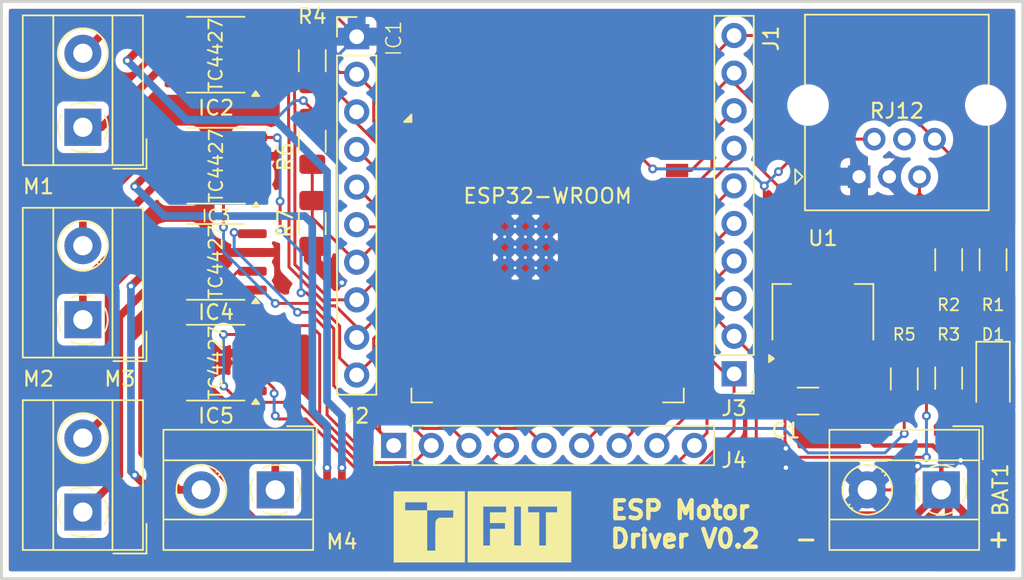
<source format=kicad_pcb>
(kicad_pcb (version 20240108) (generator "pcbnew") (generator_version "8.0")
  (layers (0 "F.Cu" signal) (31 "B.Cu" signal) (34 "B.Paste" user) (35 "F.Paste" user) (36 "B.SilkS" user "B.Silkscreen") (37 "F.SilkS" user "F.Silkscreen") (38 "B.Mask" user) (39 "F.Mask" user) (44 "Edge.Cuts" user))
  (net 0 "")
  (net 1 "GND")
  (net 2 "VCC")
  (net 3 "+3.3V")
  (net 4 "Net-(IC1-IO23)")
  (net 7 "Net-(IC1-IO14)")
  (net 9 "Net-(IC1-IO16)")
  (net 10 "Net-(IC1-IO4)")
  (net 11 "Net-(IC1-IO22)")
  (net 16 "Net-(IC2-OUTA)")
  (net 19 "Net-(IC2-OUTB)")
  (net 22 "Net-(IC3-OUTA)")
  (net 23 "Net-(IC3-OUTB)")
  (net 26 "Net-(IC4-OUTB)")
  (net 27 "Net-(IC4-OUTA)")
  (net 29 "Net-(IC5-OUTB)")
  (net 30 "Net-(IC5-OUTA)")
  (net 33 "Net-(D1-A)")
  (net 34 "Net-(IC1-IO12)")
  (net 35 "Net-(IC1-SENSOR_VN)")
  (net 36 "Net-(IC1-IO35)")
  (net 37 "Net-(IC1-IO19)")
  (net 38 "Net-(IC1-SENSOR_VP)")
  (net 39 "Net-(IC1-IO18)")
  (net 40 "Net-(IC1-EN)")
  (net 41 "Net-(IC1-IO17)")
  (net 42 "Net-(IC1-RXD0{slash}IO3)")
  (net 43 "Net-(IC1-IO5)")
  (net 44 "Net-(IC1-IO21)")
  (net 45 "Net-(IC1-TXD0{slash}IO1)")
  (net 46 "Net-(IC1-IO15)")
  (net 47 "Net-(IC1-IO2)")
  (net 48 "Net-(IC1-IO0)")
  (net 49 "Net-(IC1-IO13)")
  (net 50 "Net-(IC1-IO26)")
  (net 51 "Net-(IC1-IO33)")
  (net 52 "Net-(IC1-IO27)")
  (net 53 "Net-(IC1-IO25)")
  (net 54 "Net-(IC1-IO32)")
  (net 55 "Net-(IC1-IO34)")
  (footprint "Package_SO:SOIC-8_3.9x4.9mm_P1.27mm" (layer "F.Cu") (at 118.475 82.905 180)
    (property "Reference" "IC5")
    (property "Value" "TC4427" (hide yes))
  )
  (footprint "Capacitor_SMD:C_1206_3216Metric_Pad1.33x1.80mm_HandSolder" (layer "F.Cu") (at 158.5 85.5 180)
    (property "Reference" "C1")
    (property "Value" "22u" (hide yes))
  )
  (footprint "Package_SO:SOIC-8_3.9x4.9mm_P1.27mm" (layer "F.Cu") (at 118.5 69.595 180)
    (property "Reference" "IC3")
    (property "Value" "TC4427" (hide yes))
  )
  (footprint "Resistor_SMD:R_1206_3216Metric_Pad1.30x1.75mm_HandSolder" (layer "F.Cu") (at 125 73.5 90)
    (property "Reference" "R7")
    (property "Value" "10K")
  )
  (footprint "Connector_PinHeader_2.54mm:PinHeader_1x09_P2.54mm_Vertical" (layer "F.Cu") (at 130.5 88.5 90)
    (property "Reference" "J4")
    (property "Value" "Conn_01x09_Pin" (hide yes))
  )
  (footprint "Connector_PinHeader_2.54mm:PinHeader_1x10_P2.54mm_Vertical" (layer "F.Cu") (at 153.5 83.66 180)
    (property "Reference" "J3")
    (property "Value" "Conn_01x10_Pin" (hide yes))
  )
  (footprint "Resistor_SMD:R_1206_3216Metric_Pad1.30x1.75mm_HandSolder" (layer "F.Cu") (at 168 75.95 -90)
    (property "Reference" "R2")
    (property "Value" "82K" (hide yes))
  )
  (footprint "TerminalBlock_MetzConnect:TerminalBlock_MetzConnect_Type055_RT01502HDWU_1x02_P5.00mm_Horizontal" (layer "F.Cu") (at 109.5 80 90)
    (property "Reference" "M2")
    (property "Value" "Screw_Terminal_01x02" (hide yes))
  )
  (footprint "Resistor_SMD:R_1206_3216Metric_Pad1.30x1.75mm_HandSolder" (layer "F.Cu") (at 125 62.5 90)
    (property "Reference" "R4")
    (property "Value" "10K")
  )
  (footprint "Resistor_SMD:R_1206_3216Metric_Pad1.30x1.75mm_HandSolder" (layer "F.Cu") (at 125 67.95 90)
    (property "Reference" "R6")
    (property "Value" "120K")
  )
  (footprint "LED_SMD:LED_1206_3216Metric_Pad1.42x1.75mm_HandSolder" (layer "F.Cu") (at 171 83.95 -90)
    (property "Reference" "D1")
    (property "Value" "LED" (hide yes))
  )
  (footprint "ESP_library:ESP32-WROOM-32E-SMALL-KEEPOUT" (layer "F.Cu") (at 140.65 88.18)
    (property "Reference" "IC1")
    (property "Value" "ESP32-WROOM-32E" (hide yes))
  )
  (footprint "Resistor_SMD:R_1206_3216Metric_Pad1.30x1.75mm_HandSolder" (layer "F.Cu") (at 168 83.95 -90)
    (property "Reference" "R3")
    (property "Value" "330R" (hide yes))
  )
  (footprint "TerminalBlock_MetzConnect:TerminalBlock_MetzConnect_Type055_RT01502HDWU_1x02_P5.00mm_Horizontal" (layer "F.Cu") (at 167.5 91.5 180)
    (property "Reference" "BAT1")
    (property "Value" "Screw_Terminal_01x02" (hide yes))
  )
  (footprint "LOGO" (layer "F.Cu") (at 136.5 94)
    (property "Reference" "G***" (hide yes))
    (property "Value" "LOGO" (hide yes))
  )
  (footprint "Package_TO_SOT_SMD:SOT-223-3_TabPin2" (layer "F.Cu") (at 159.5 79.5 90)
    (property "Reference" "U1")
    (property "Value" "AMS1117-3.3" (hide yes))
  )
  (footprint "Resistor_SMD:R_1206_3216Metric_Pad1.30x1.75mm_HandSolder" (layer "F.Cu") (at 165 84 90)
    (property "Reference" "R5")
    (property "Value" "10K" (hide yes))
  )
  (footprint "Connector_RJ:RJ25_Wayconn_MJEA-660X1_Horizontal" (layer "F.Cu") (at 161.95 70.34 180)
    (property "Reference" "J1")
    (property "Value" "6P6C" (hide yes))
  )
  (footprint "Connector_PinHeader_2.54mm:PinHeader_1x10_P2.54mm_Vertical" (layer "F.Cu") (at 128 60.88)
    (property "Reference" "J2")
    (property "Value" "Conn_01x10_Pin" (hide yes))
  )
  (footprint "Package_SO:SOIC-8_3.9x4.9mm_P1.27mm" (layer "F.Cu") (at 118.475 62.095 180)
    (property "Reference" "IC2")
    (property "Value" "TC4427" (hide yes))
  )
  (footprint "TerminalBlock_MetzConnect:TerminalBlock_MetzConnect_Type055_RT01502HDWU_1x02_P5.00mm_Horizontal" (layer "F.Cu") (at 122.5 91.5 180)
    (property "Reference" "M4")
    (property "Value" "Screw_Terminal_01x02" (hide yes))
  )
  (footprint "TerminalBlock_MetzConnect:TerminalBlock_MetzConnect_Type055_RT01502HDWU_1x02_P5.00mm_Horizontal" (layer "F.Cu") (at 109.5 93 90)
    (property "Reference" "M3")
    (property "Value" "Screw_Terminal_01x02" (hide yes))
  )
  (footprint "Package_SO:SOIC-8_3.9x4.9mm_P1.27mm" (layer "F.Cu") (at 118.475 76.095 180)
    (property "Reference" "IC4")
    (property "Value" "TC4427" (hide yes))
  )
  (footprint "TerminalBlock_MetzConnect:TerminalBlock_MetzConnect_Type055_RT01502HDWU_1x02_P5.00mm_Horizontal" (layer "F.Cu") (at 109.5 67 90)
    (property "Reference" "M1")
    (property "Value" "Screw_Terminal_01x02" (hide yes))
  )
  (footprint "Resistor_SMD:R_1206_3216Metric_Pad1.30x1.75mm_HandSolder" (layer "F.Cu") (at 171 75.95 -90)
    (property "Reference" "R1")
    (property "Value" "82K" (hide yes))
  )
  (gr_rect (start 104 58.5) (end 173 97.5) (stroke (width 0.2)) (fill none) (layer "Edge.Cuts"))
  (gr_text "ESP Motor \nDriver V0.2" (at 145 95.5 0) (layer "F.SilkS") (effects (font (size 1.2 1.2) (thickness 0.3) (bold yes)) (justify left bottom)))
  (gr_text "+" (at 170.5 95.5 0) (layer "F.SilkS") (effects (font (size 1.2 1.2) (thickness 0.2) (bold yes)) (justify left bottom)))
  (gr_text "-" (at 157.5 95.5 0) (layer "F.SilkS") (effects (font (size 1.2 1.2) (thickness 0.2) (bold yes)) (justify left bottom)))
  (segment (start 156.9375 88.633946) (end 156.9375 85.5) (width 0.2) (layer "F.Cu") (net 1))
  (segment (start 156.9375 82.9125) (end 157.2 82.65) (width 0.2) (layer "F.Cu") (net 1))
  (segment (start 128 60.88) (end 126.52 59.4) (width 0.2) (layer "F.Cu") (net 1))
  (segment (start 172.4 85.909744) (end 172.4 83.8625) (width 0.2) (layer "F.Cu") (net 1))
  (segment (start 125 75.5) (end 127 77.5) (width 0.2) (layer "F.Cu") (net 1))
  (segment (start 164.5 91.5) (end 165.896446 90.103554) (width 0.2) (layer "F.Cu") (net 1))
  (segment (start 119.975001 61.27) (end 120.95 61.27) (width 0.2) (layer "F.Cu") (net 1))
  (segment (start 172.4 83.8625) (end 171 82.4625) (width 0.2) (layer "F.Cu") (net 1))
  (segment (start 165.896446 90.103554) (end 165.896446 89.896446) (width 0.2) (layer "F.Cu") (net 1))
  (segment (start 157 90) (end 161 90) (width 0.2) (layer "F.Cu") (net 1))
  (segment (start 138.7 76.5) (end 139.4 76.5) (width 0.2) (layer "F.Cu") (net 1))
  (segment (start 140.1 76.5) (end 139.4 76.5) (width 0.2) (layer "F.Cu") (net 1))
  (segment (start 161 90) (end 162.5 91.5) (width 0.2) (layer "F.Cu") (net 1))
  (segment (start 157 88.696446) (end 156.9375 88.633946) (width 0.2) (layer "F.Cu") (net 1))
  (segment (start 164.5 91.5) (end 162.5 91.5) (width 0.2) (layer "F.Cu") (net 1))
  (segment (start 168.809744 89.5) (end 172.4 85.909744) (width 0.2) (layer "F.Cu") (net 1))
  (segment (start 125 75.05) (end 125 75.5) (width 0.2) (layer "F.Cu") (net 1))
  (segment (start 156.9375 85.5) (end 156.9375 82.9125) (width 0.2) (layer "F.Cu") (net 1))
  (via (at 168.809744 89.5) (size 0.6) (drill 0.3) (layers "F.Cu" "B.Cu") (net 1))
  (via (at 127 77.5) (size 0.6) (drill 0.3) (layers "F.Cu" "B.Cu") (net 1))
  (via (at 157 90) (size 0.6) (drill 0.3) (layers "F.Cu" "B.Cu") (net 1))
  (via (at 157 88.696446) (size 0.6) (drill 0.3) (layers "F.Cu" "B.Cu") (net 1))
  (via (at 165.896446 89.896446) (size 0.6) (drill 0.3) (layers "F.Cu" "B.Cu") (net 1))
  (segment (start 126.69 77.19) (end 126.69 62.19) (width 0.2) (layer "B.Cu") (net 1))
  (segment (start 157 88.696446) (end 157 90) (width 0.2) (layer "B.Cu") (net 1))
  (segment (start 168.413298 89.896446) (end 168.809744 89.5) (width 0.2) (layer "B.Cu") (net 1))
  (segment (start 165.896446 89.896446) (end 168.413298 89.896446) (width 0.2) (layer "B.Cu") (net 1))
  (segment (start 126.69 62.19) (end 128 60.88) (width 0.2) (layer "B.Cu") (net 1))
  (segment (start 125 63.88) (end 128 60.88) (width 0.2) (layer "B.Cu") (net 1))
  (segment (start 127 77.5) (end 126.69 77.19) (width 0.2) (layer "B.Cu") (net 1))
  (segment (start 115.050001 68.96) (end 115.04 68.96) (width 0.52) (layer "F.Cu") (net 2))
  (segment (start 115.025001 82.27) (end 116 82.27) (width 0.52) (layer "F.Cu") (net 2))
  (segment (start 112.5 62.5) (end 113.54 61.46) (width 0.52) (layer "F.Cu") (net 2))
  (segment (start 159 94) (end 166 94) (width 0.52) (layer "F.Cu") (net 2))
  (segment (start 114.5 82.795001) (end 115.025001 82.27) (width 0.52) (layer "F.Cu") (net 2))
  (segment (start 167 96) (end 158 96) (width 0.52) (layer "F.Cu") (net 2))
  (segment (start 113.54 61.46) (end 116 61.46) (width 0.52) (layer "F.Cu") (net 2))
  (segment (start 169 94) (end 167 96) (width 0.52) (layer "F.Cu") (net 2))
  (segment (start 166.5 95) (end 158.5 95) (width 0.52) (layer "F.Cu") (net 2))
  (segment (start 114.5 86.081694) (end 114.5 82.795001) (width 0.52) (layer "F.Cu") (net 2))
  (segment (start 127.5 91.5) (end 158.5 91.5) (width 0.52) (layer "F.Cu") (net 2))
  (segment (start 125 66.4) (end 125 65.8) (width 0.2) (layer "F.Cu") (net 2))
  (segment (start 120.5 92.081694) (end 114.5 86.081694) (width 0.52) (layer "F.Cu") (net 2))
  (segment (start 120.5 92.92) (end 120.5 92.081694) (width 0.52) (layer "F.Cu") (net 2))
  (segment (start 121.08 93.5) (end 120.5 92.92) (width 0.52) (layer "F.Cu") (net 2))
  (segment (start 167.5 89.080761) (end 167.5 91.5) (width 0.3) (layer "F.Cu") (net 2))
  (segment (start 161.8 87.3) (end 163 88.5) (width 0.3) (layer "F.Cu") (net 2))
  (segment (start 117 94.5) (end 113 90.5) (width 0.52) (layer "F.Cu") (net 2))
  (segment (start 166.919239 88.5) (end 167.5 89.080761) (width 0.3) (layer "F.Cu") (net 2))
  (segment (start 167.5 91.5) (end 168 92) (width 0.52) (layer "F.Cu") (net 2))
  (segment (start 157 93.5) (end 121.08 93.5) (width 0.52) (layer "F.Cu") (net 2))
  (segment (start 115.025001 75.46) (end 116 75.46) (width 0.52) (layer "F.Cu") (net 2))
  (segment (start 165.79 93.21) (end 167.5 91.5) (width 0.52) (layer "F.Cu") (net 2))
  (segment (start 127 91) (end 127.5 91.5) (width 0.52) (layer "F.Cu") (net 2))
  (segment (start 126 90) (end 126 91.5) (width 0.52) (layer "F.Cu") (net 2))
  (segment (start 166 94) (end 167.5 92.5) (width 0.52) (layer "F.Cu") (net 2))
  (segment (start 158.5 91.5) (end 160.21 93.21) (width 0.52) (layer "F.Cu") (net 2))
  (segment (start 115.050001 68.96) (end 116.025 68.96) (width 0.52) (layer "F.Cu") (net 2))
  (segment (start 158.5 95) (end 157 93.5) (width 0.52) (layer "F.Cu") (net 2))
  (segment (start 112.75 77.735001) (end 115.025001 75.46) (width 0.52) (layer "F.Cu") (net 2))
  (segment (start 158 96) (end 156.5 94.5) (width 0.52) (layer "F.Cu") (net 2))
  (segment (start 157.5 92.5) (end 159 94) (width 0.52) (layer "F.Cu") (net 2))
  (segment (start 161.8 82.65) (end 161.8 87.3) (width 0.3) (layer "F.Cu") (net 2))
  (segment (start 125 66.4) (end 124.675025 66.4) (width 0.2) (layer "F.Cu") (net 2))
  (segment (start 169 93) (end 169 94) (width 0.52) (layer "F.Cu") (net 2))
  (segment (start 167.5 91.5) (end 169 93) (width 0.52) (layer "F.Cu") (net 2))
  (segment (start 163 88.5) (end 166.919239 88.5) (width 0.3) (layer "F.Cu") (net 2))
  (segment (start 115.04 68.96) (end 113 71) (width 0.52) (layer "F.Cu") (net 2))
  (segment (start 127 90) (end 127 91) (width 0.52) (layer "F.Cu") (net 2))
  (segment (start 127 92.5) (end 157.5 92.5) (width 0.52) (layer "F.Cu") (net 2))
  (segment (start 156.5 94.5) (end 117 94.5) (width 0.52) (layer "F.Cu") (net 2))
  (segment (start 167.5 92.5) (end 167.5 91.5) (width 0.52) (layer "F.Cu") (net 2))
  (segment (start 126 91.5) (end 127 92.5) (width 0.52) (layer "F.Cu") (net 2))
  (segment (start 168 93.5) (end 166.5 95) (width 0.52) (layer "F.Cu") (net 2))
  (segment (start 168 92) (end 168 93.5) (width 0.52) (layer "F.Cu") (net 2))
  (segment (start 160.21 93.21) (end 165.79 93.21) (width 0.52) (layer "F.Cu") (net 2))
  (segment (start 125 65.8) (end 124.4 65.2) (width 0.2) (layer "F.Cu") (net 2))
  (via (at 113 71) (size 0.6) (drill 0.3) (layers "F.Cu" "B.Cu") (net 2))
  (via (at 124.4 65.2) (size 0.6) (drill 0.3) (layers "F.Cu" "B.Cu") (net 2))
  (via (at 126 90) (size 0.6) (drill 0.3) (layers "F.Cu" "B.Cu") (net 2))
  (via (at 112.5 62.5) (size 0.6) (drill 0.3) (layers "F.Cu" "B.Cu") (net 2))
  (via (at 112.75 77.735001) (size 0.6) (drill 0.3) (layers "F.Cu" "B.Cu") (net 2))
  (via (at 113 90.5) (size 0.6) (drill 0.3) (layers "F.Cu" "B.Cu") (net 2))
  (via (at 127 90) (size 0.6) (drill 0.3) (layers "F.Cu" "B.Cu") (net 2))
  (segment (start 123.8 65.2) (end 122.5 66.5) (width 0.2) (layer "B.Cu") (net 2))
  (segment (start 127 90) (end 127 86.5) (width 0.52) (layer "B.Cu") (net 2))
  (segment (start 126 85.5) (end 126 70) (width 0.52) (layer "B.Cu") (net 2))
  (segment (start 124.4 65.2) (end 123.8 65.2) (width 0.2) (layer "B.Cu") (net 2))
  (segment (start 115 73) (end 113 71) (width 0.52) (layer "B.Cu") (net 2))
  (segment (start 112.75 77.735001) (end 112.75 90.25) (width 0.52) (layer "B.Cu") (net 2))
  (segment (start 126 90) (end 126 87.152753) (width 0.52) (layer "B.Cu") (net 2))
  (segment (start 126 87.152753) (end 125 86.152753) (width 0.52) (layer "B.Cu") (net 2))
  (segment (start 116.5 66.5) (end 112.5 62.5) (width 0.52) (layer "B.Cu") (net 2))
  (segment (start 124.5 73) (end 115 73) (width 0.52) (layer "B.Cu") (net 2))
  (segment (start 122.5 66.5) (end 116.5 66.5) (width 0.52) (layer "B.Cu") (net 2))
  (segment (start 126 70) (end 122.5 66.5) (width 0.52) (layer "B.Cu") (net 2))
  (segment (start 112.75 90.25) (end 113 90.5) (width 0.52) (layer "B.Cu") (net 2))
  (segment (start 125 73.5) (end 124.5 73) (width 0.52) (layer "B.Cu") (net 2))
  (segment (start 125 86.152753) (end 125 73.5) (width 0.52) (layer "B.Cu") (net 2))
  (segment (start 127 86.5) (end 126 85.5) (width 0.52) (layer "B.Cu") (net 2))
  (segment (start 168 77.5) (end 165 77.5) (width 0.2) (layer "F.Cu") (net 3))
  (segment (start 124.5 60.95) (end 126.85 63.3) (width 0.2) (layer "F.Cu") (net 3))
  (segment (start 155.541587 70.958413) (end 155.608413 70.958413) (width 0.2) (layer "F.Cu") (net 3))
  (segment (start 131.2 68.65) (end 129.15 66.6) (width 0.2) (layer "F.Cu") (net 3))
  (segment (start 155.541587 72.391587) (end 155.541587 70.958413) (width 0.2) (layer "F.Cu") (net 3))
  (segment (start 129.15 66.6) (end 129.15 64.57) (width 0.2) (layer "F.Cu") (net 3))
  (segment (start 159.5 76.35) (end 155.541587 72.391587) (width 0.2) (layer "F.Cu") (net 3))
  (segment (start 148 69.81) (end 146.84 68.65) (width 0.2) (layer "F.Cu") (net 3))
  (segment (start 132.15 68.65) (end 131.2 68.65) (width 0.2) (layer "F.Cu") (net 3))
  (segment (start 126.85 63.3) (end 127.88 63.3) (width 0.2) (layer "F.Cu") (net 3))
  (segment (start 160.0625 85.5) (end 160.0625 83.2125) (width 0.2) (layer "F.Cu") (net 3))
  (segment (start 171 77.5) (end 168 77.5) (width 0.2) (layer "F.Cu") (net 3))
  (segment (start 129.15 64.57) (end 128 63.42) (width 0.2) (layer "F.Cu") (net 3))
  (segment (start 165 77.5) (end 163.85 76.35) (width 0.2) (layer "F.Cu") (net 3))
  (segment (start 160.0625 83.2125) (end 159.5 82.65) (width 0.2) (layer "F.Cu") (net 3))
  (segment (start 146.84 68.65) (end 132.15 68.65) (width 0.2) (layer "F.Cu") (net 3))
  (segment (start 163.85 76.35) (end 159.5 76.35) (width 0.2) (layer "F.Cu") (net 3))
  (segment (start 127.88 63.3) (end 128 63.42) (width 0.2) (layer "F.Cu") (net 3))
  (segment (start 158.7 67.8) (end 162.97 67.8) (width 0.2) (layer "F.Cu") (net 3))
  (segment (start 165 82.45) (end 165 77.5) (width 0.2) (layer "F.Cu") (net 3))
  (segment (start 156.5 70) (end 158.7 67.8) (width 0.2) (layer "F.Cu") (net 3))
  (via (at 156.5 70) (size 0.6) (drill 0.3) (layers "F.Cu" "B.Cu") (net 3))
  (via (at 155.541587 70.958413) (size 0.6) (drill 0.3) (layers "F.Cu" "B.Cu") (net 3))
  (via (at 148 69.81) (size 0.6) (drill 0.3) (layers "F.Cu" "B.Cu") (net 3))
  (segment (start 156.5 70) (end 155.541587 70.958413) (width 0.2) (layer "B.Cu") (net 3))
  (segment (start 155.541587 70.958413) (end 154.393173 69.81) (width 0.2) (layer "B.Cu") (net 3))
  (segment (start 154.393173 69.81) (end 148 69.81) (width 0.2) (layer "B.Cu") (net 3))
  (segment (start 171 74.4) (end 171 71.75) (width 0.2) (layer "F.Cu") (net 4))
  (segment (start 150.18 68.65) (end 151 67.83) (width 0.2) (layer "F.Cu") (net 4))
  (segment (start 160.05 60.8) (end 153.5 60.8) (width 0.2) (layer "F.Cu") (net 4))
  (segment (start 167.05 67.8) (end 160.05 60.8) (width 0.2) (layer "F.Cu") (net 4))
  (segment (start 149.65 68.65) (end 150.18 68.65) (width 0.2) (layer "F.Cu") (net 4))
  (segment (start 151 63.3) (end 153.5 60.8) (width 0.2) (layer "F.Cu") (net 4))
  (segment (start 171 71.75) (end 167.05 67.8) (width 0.2) (layer "F.Cu") (net 4))
  (segment (start 151 67.83) (end 151 63.3) (width 0.2) (layer "F.Cu") (net 4))
  (segment (start 130.4 83.1) (end 130.4 85.294314) (width 0.2) (layer "F.Cu") (net 7))
  (segment (start 134.43 87.35) (end 135.58 88.5) (width 0.2) (layer "F.Cu") (net 7))
  (segment (start 132.15 82.62) (end 130.88 82.62) (width 0.2) (layer "F.Cu") (net 7))
  (segment (start 130.4 85.294314) (end 132.455686 87.35) (width 0.2) (layer "F.Cu") (net 7))
  (segment (start 132.455686 87.35) (end 134.43 87.35) (width 0.2) (layer "F.Cu") (net 7))
  (segment (start 130.88 82.62) (end 130.4 83.1) (width 0.2) (layer "F.Cu") (net 7))
  (segment (start 150.6 81.35) (end 152.91 83.66) (width 0.2) (layer "F.Cu") (net 9))
  (segment (start 149.65 81.35) (end 150.6 81.35) (width 0.2) (layer "F.Cu") (net 9))
  (segment (start 150.15 90.85) (end 153.5 87.5) (width 0.2) (layer "F.Cu") (net 9))
  (segment (start 124.575737 86.707107) (end 128.71863 90.85) (width 0.2) (layer "F.Cu") (net 9))
  (segment (start 122.707107 86.707107) (end 124.575737 86.707107) (width 0.2) (layer "F.Cu") (net 9))
  (segment (start 122.424897 84.984956) (end 122.424897 84.669345) (width 0.2) (layer "F.Cu") (net 9))
  (segment (start 153.5 87.5) (end 153.5 83.66) (width 0.2) (layer "F.Cu") (net 9))
  (segment (start 122.424897 84.669345) (end 121.295552 83.54) (width 0.2) (layer "F.Cu") (net 9))
  (segment (start 152.91 83.66) (end 153.5 83.66) (width 0.2) (layer "F.Cu") (net 9))
  (segment (start 121.295552 83.54) (end 120.95 83.54) (width 0.2) (layer "F.Cu") (net 9))
  (segment (start 128.71863 90.85) (end 150.15 90.85) (width 0.2) (layer "F.Cu") (net 9))
  (segment (start 122.5 86.5) (end 122.707107 86.707107) (width 0.2) (layer "F.Cu") (net 9))
  (via (at 122.5 86.5) (size 0.6) (drill 0.3) (layers "F.Cu" "B.Cu") (net 9))
  (via (at 122.424897 84.984956) (size 0.6) (drill 0.3) (layers "F.Cu" "B.Cu") (net 9))
  (segment (start 122.5 86.5) (end 122.424897 86.424897) (width 0.2) (layer "B.Cu") (net 9))
  (segment (start 122.424897 86.424897) (end 122.424897 84.984956) (width 0.2) (layer "B.Cu") (net 9))
  (segment (start 150.82 88.5) (end 151.67 87.65) (width 0.2) (layer "F.Cu") (net 10))
  (segment (start 128.884315 90.45) (end 148.87 90.45) (width 0.2) (layer "F.Cu") (net 10))
  (segment (start 119 81) (end 120.95 81) (width 0.2) (layer "F.Cu") (net 10))
  (segment (start 121.734999 81) (end 120.95 81) (width 0.2) (layer "F.Cu") (net 10))
  (segment (start 151.67 87.65) (end 151.67 83.69) (width 0.2) (layer "F.Cu") (net 10))
  (segment (start 150.6 82.62) (end 149.65 82.62) (width 0.2) (layer "F.Cu") (net 10))
  (segment (start 148.87 90.45) (end 150.82 88.5) (width 0.2) (layer "F.Cu") (net 10))
  (segment (start 151.67 83.69) (end 150.6 82.62) (width 0.2) (layer "F.Cu") (net 10))
  (segment (start 120.109304 85.584856) (end 124.019172 85.584856) (width 0.2) (layer "F.Cu") (net 10))
  (segment (start 124.019172 85.584856) (end 128.884315 90.45) (width 0.2) (layer "F.Cu") (net 10))
  (segment (start 119.012224 84.487776) (end 120.109304 85.584856) (width 0.2) (layer "F.Cu") (net 10))
  (via (at 119.012224 84.487776) (size 0.6) (drill 0.3) (layers "F.Cu" "B.Cu") (net 10))
  (via (at 119 81) (size 0.6) (drill 0.3) (layers "F.Cu" "B.Cu") (net 10))
  (segment (start 119.012224 84.487776) (end 119 84.475552) (width 0.2) (layer "B.Cu") (net 10))
  (segment (start 119 84.475552) (end 119 81) (width 0.2) (layer "B.Cu") (net 10))
  (segment (start 155 65.5) (end 153.5 64) (width 0.2) (layer "F.Cu") (net 11))
  (segment (start 151.4 69.12) (end 151.4 65.44) (width 0.2) (layer "F.Cu") (net 11))
  (segment (start 151.4 65.44) (end 153.5 63.34) (width 0.2) (layer "F.Cu") (net 11))
  (segment (start 166.03 71.47) (end 166.03 70.34) (width 0.2) (layer "F.Cu") (net 11))
  (segment (start 168 74.4) (end 168 73.44) (width 0.2) (layer "F.Cu") (net 11))
  (segment (start 165 72.5) (end 160 72.5) (width 0.2) (layer "F.Cu") (net 11))
  (segment (start 149.65 69.92) (end 150.6 69.92) (width 0.2) (layer "F.Cu") (net 11))
  (segment (start 153.5 64) (end 153.5 63.34) (width 0.2) (layer "F.Cu") (net 11))
  (segment (start 160 72.5) (end 158.5 71) (width 0.2) (layer "F.Cu") (net 11))
  (segment (start 150.6 69.92) (end 151.4 69.12) (width 0.2) (layer "F.Cu") (net 11))
  (segment (start 166.03 71.47) (end 165 72.5) (width 0.2) (layer "F.Cu") (net 11))
  (segment (start 168 73.44) (end 166.03 71.47) (width 0.2) (layer "F.Cu") (net 11))
  (segment (start 158.5 71) (end 156.5 71) (width 0.2) (layer "F.Cu") (net 11))
  (segment (start 155 69.5) (end 155 65.5) (width 0.2) (layer "F.Cu") (net 11))
  (segment (start 156.5 71) (end 155 69.5) (width 0.2) (layer "F.Cu") (net 11))
  (segment (start 115.025001 62.73) (end 110.755001 67) (width 0.52) (layer "F.Cu") (net 16))
  (segment (start 116 62.73) (end 115.025001 62.73) (width 0.52) (layer "F.Cu") (net 16))
  (segment (start 110.755001 67) (end 109.5 67) (width 0.52) (layer "F.Cu") (net 16))
  (segment (start 116 60.19) (end 111.31 60.19) (width 0.52) (layer "F.Cu") (net 19))
  (segment (start 111.31 60.19) (end 109.5 62) (width 0.52) (layer "F.Cu") (net 19))
  (segment (start 112.033956 74.966044) (end 109.5 77.5) (width 0.52) (layer "F.Cu") (net 22))
  (segment (start 115.050001 70.23) (end 112.033956 73.246045) (width 0.52) (layer "F.Cu") (net 22))
  (segment (start 112.033956 73.246045) (end 112.033956 74.966044) (width 0.52) (layer "F.Cu") (net 22))
  (segment (start 116.025 70.23) (end 115.050001 70.23) (width 0.52) (layer "F.Cu") (net 22))
  (segment (start 109.5 77.5) (end 109.5 80) (width 0.52) (layer "F.Cu") (net 22))
  (segment (start 115.050001 67.69) (end 109.5 73.240001) (width 0.52) (layer "F.Cu") (net 23))
  (segment (start 116.025 67.69) (end 115.050001 67.69) (width 0.52) (layer "F.Cu") (net 23))
  (segment (start 109.5 73.240001) (end 109.5 75) (width 0.52) (layer "F.Cu") (net 23))
  (segment (start 111.24 86.26) (end 111.24 77.975001) (width 0.52) (layer "F.Cu") (net 26))
  (segment (start 115.025001 74.19) (end 116 74.19) (width 0.52) (layer "F.Cu") (net 26))
  (segment (start 111.24 77.975001) (end 115.025001 74.19) (width 0.52) (layer "F.Cu") (net 26))
  (segment (start 109.5 88) (end 111.24 86.26) (width 0.52) (layer "F.Cu") (net 26))
  (segment (start 111.96 79.795001) (end 115.025001 76.73) (width 0.52) (layer "F.Cu") (net 27))
  (segment (start 109.5 93) (end 111.96 90.54) (width 0.52) (layer "F.Cu") (net 27))
  (segment (start 115.025001 76.73) (end 116 76.73) (width 0.52) (layer "F.Cu") (net 27))
  (segment (start 111.96 90.54) (end 111.96 79.795001) (width 0.52) (layer "F.Cu") (net 27))
  (segment (start 116 81) (end 115.025001 81) (width 0.52) (layer "F.Cu") (net 29))
  (segment (start 114.5 81) (end 113.5 82) (width 0.52) (layer "F.Cu") (net 29))
  (segment (start 116 91.5) (end 118 91.5) (width 0.52) (layer "F.Cu") (net 29))
  (segment (start 113.5 89) (end 116 91.5) (width 0.52) (layer "F.Cu") (net 29))
  (segment (start 115.525001 81) (end 114.5 81) (width 0.52) (layer "F.Cu") (net 29))
  (segment (start 113.5 82) (end 113.5 89) (width 0.52) (layer "F.Cu") (net 29))
  (segment (start 116 83.54) (end 116.974999 83.54) (width 0.52) (layer "F.Cu") (net 30))
  (segment (start 122 91.5) (end 123 91.5) (width 0.52) (layer "F.Cu") (net 30))
  (segment (start 122.5 89.065001) (end 122.5 91.5) (width 0.52) (layer "F.Cu") (net 30))
  (segment (start 116.974999 83.54) (end 122.5 89.065001) (width 0.52) (layer "F.Cu") (net 30))
  (segment (start 171 85.4375) (end 168.0625 85.4375) (width 0.2) (layer "F.Cu") (net 33))
  (segment (start 168.0625 85.4375) (end 168 85.5) (width 0.2) (layer "F.Cu") (net 33))
  (segment (start 119.675 77.030001) (end 119.675 78.575) (width 0.2) (layer "F.Cu") (net 34))
  (segment (start 129.05 90.05) (end 125.5 86.5) (width 0.2) (layer "F.Cu") (net 34))
  (segment (start 131 84) (end 131 85.328628) (width 0.2) (layer "F.Cu") (net 34))
  (segment (start 132.621372 86.95) (end 136.57 86.95) (width 0.2) (layer "F.Cu") (net 34))
  (segment (start 119.675 78.575) (end 121.5 80.4) (width 0.2) (layer "F.Cu") (net 34))
  (segment (start 136.57 86.95) (end 138.12 88.5) (width 0.2) (layer "F.Cu") (net 34))
  (segment (start 124.9 80.4) (end 125.5 81) (width 0.2) (layer "F.Cu") (net 34))
  (segment (start 131.11 83.89) (end 131 84) (width 0.2) (layer "F.Cu") (net 34))
  (segment (start 138.12 88.5) (end 136.57 90.05) (width 0.2) (layer "F.Cu") (net 34))
  (segment (start 132.15 83.89) (end 131.11 83.89) (width 0.2) (layer "F.Cu") (net 34))
  (segment (start 120.95 76.73) (end 119.975001 76.73) (width 0.2) (layer "F.Cu") (net 34))
  (segment (start 125.5 86.5) (end 125.5 81) (width 0.2) (layer "F.Cu") (net 34))
  (segment (start 119.975001 76.73) (end 119.675 77.030001) (width 0.2) (layer "F.Cu") (net 34))
  (segment (start 121.5 80.4) (end 124.9 80.4) (width 0.2) (layer "F.Cu") (net 34))
  (segment (start 131 85.328628) (end 132.621372 86.95) (width 0.2) (layer "F.Cu") (net 34))
  (segment (start 136.57 90.05) (end 129.05 90.05) (width 0.2) (layer "F.Cu") (net 34))
  (segment (start 129.42 72.46) (end 128 71.04) (width 0.2) (layer "F.Cu") (net 35))
  (segment (start 132.15 72.46) (end 129.42 72.46) (width 0.2) (layer "F.Cu") (net 35))
  (segment (start 125 73.12) (end 128 76.12) (width 0.2) (layer "F.Cu") (net 36))
  (segment (start 132.15 75) (end 129.12 75) (width 0.2) (layer "F.Cu") (net 36))
  (segment (start 125 69.5) (end 125 71.95) (width 0.2) (layer "F.Cu") (net 36))
  (segment (start 129.12 75) (end 128 76.12) (width 0.2) (layer "F.Cu") (net 36))
  (segment (start 125 71.95) (end 125 73.12) (width 0.2) (layer "F.Cu") (net 36))
  (segment (start 150.73 76.27) (end 153.5 73.5) (width 0.2) (layer "F.Cu") (net 37))
  (segment (start 149.65 76.27) (end 150.73 76.27) (width 0.2) (layer "F.Cu") (net 37))
  (segment (start 130.69 71.19) (end 128 68.5) (width 0.2) (layer "F.Cu") (net 38))
  (segment (start 132.15 71.19) (end 130.69 71.19) (width 0.2) (layer "F.Cu") (net 38))
  (segment (start 149.65 77.54) (end 152 77.54) (width 0.2) (layer "F.Cu") (net 39))
  (segment (start 152 77.54) (end 153.5 76.04) (width 0.2) (layer "F.Cu") (net 39))
  (segment (start 126.09 64.05) (end 128 65.96) (width 0.2) (layer "F.Cu") (net 40))
  (segment (start 128 66.72) (end 128 65.96) (width 0.2) (layer "F.Cu") (net 40))
  (segment (start 132.15 69.92) (end 131.2 69.92) (width 0.2) (layer "F.Cu") (net 40))
  (segment (start 131.2 69.92) (end 128 66.72) (width 0.2) (layer "F.Cu") (net 40))
  (segment (start 124.5 64.05) (end 126.09 64.05) (width 0.2) (layer "F.Cu") (net 40))
  (segment (start 149.65 80.08) (end 152.46 80.08) (width 0.2) (layer "F.Cu") (net 41))
  (segment (start 168 82.4) (end 166.825 83.575) (width 0.2) (layer "F.Cu") (net 41))
  (segment (start 155 88) (end 155 82.62) (width 0.2) (layer "F.Cu") (net 41))
  (segment (start 153.5 81.12) (end 152.46 80.08) (width 0.2) (layer "F.Cu") (net 41))
  (segment (start 166.5 89.296446) (end 156.296446 89.296446) (width 0.2) (layer "F.Cu") (net 41))
  (segment (start 166.5 83.9) (end 166.5 86.5) (width 0.2) (layer "F.Cu") (net 41))
  (segment (start 166.825 83.575) (end 166.5 83.9) (width 0.2) (layer "F.Cu") (net 41))
  (segment (start 155 82.62) (end 153.5 81.12) (width 0.2) (layer "F.Cu") (net 41))
  (segment (start 156.296446 89.296446) (end 155 88) (width 0.2) (layer "F.Cu") (net 41))
  (via (at 166.5 89.296446) (size 0.6) (drill 0.3) (layers "F.Cu" "B.Cu") (net 41))
  (via (at 166.5 86.5) (size 0.6) (drill 0.3) (layers "F.Cu" "B.Cu") (net 41))
  (segment (start 166.5 86.5) (end 166.5 89.296446) (width 0.2) (layer "B.Cu") (net 41))
  (segment (start 150.18 72.46) (end 153.5 69.14) (width 0.2) (layer "F.Cu") (net 42))
  (segment (start 153.5 69.14) (end 153.5 68.42) (width 0.2) (layer "F.Cu") (net 42))
  (segment (start 149.65 72.46) (end 150.18 72.46) (width 0.2) (layer "F.Cu") (net 42))
  (segment (start 149.88 78.58) (end 149.65 78.81) (width 0.2) (layer "F.Cu") (net 43))
  (segment (start 153.5 78.58) (end 149.88 78.58) (width 0.2) (layer "F.Cu") (net 43))
  (segment (start 149.65 73.73) (end 150.73 73.73) (width 0.2) (layer "F.Cu") (net 44))
  (segment (start 150.73 73.73) (end 153.5 70.96) (width 0.2) (layer "F.Cu") (net 44))
  (segment (start 152 67.38) (end 153.5 65.88) (width 0.2) (layer "F.Cu") (net 45))
  (segment (start 152 69.79) (end 152 67.38) (width 0.2) (layer "F.Cu") (net 45))
  (segment (start 149.65 71.19) (end 150.6 71.19) (width 0.2) (layer "F.Cu") (net 45))
  (segment (start 150.6 71.19) (end 152 69.79) (width 0.2) (layer "F.Cu") (net 45))
  (segment (start 145.345 85.14) (end 145.345 86.355) (width 0.2) (layer "F.Cu") (net 46))
  (segment (start 145.345 86.355) (end 143.2 88.5) (width 0.2) (layer "F.Cu") (net 46))
  (segment (start 146.615 87.625) (end 145.74 88.5) (width 0.2) (layer "F.Cu") (net 47))
  (segment (start 146.615 85.14) (end 146.615 87.625) (width 0.2) (layer "F.Cu") (net 47))
  (segment (start 150.5 86.28) (end 148.28 88.5) (width 0.2) (layer "F.Cu") (net 48))
  (segment (start 150.5 84.74) (end 150.5 86.28) (width 0.2) (layer "F.Cu") (net 48))
  (segment (start 165 85.55) (end 165 87.7) (width 0.2) (layer "F.Cu") (net 48))
  (segment (start 149.65 83.89) (end 150.5 84.74) (width 0.2) (layer "F.Cu") (net 48))
  (via (at 165 87.7) (size 0.6) (drill 0.3) (layers "F.Cu" "B.Cu") (net 48))
  (segment (start 165 87.7) (end 163.7 89) (width 0.2) (layer "B.Cu") (net 48))
  (segment (start 156.85 87.35) (end 149.43 87.35) (width 0.2) (layer "B.Cu") (net 48))
  (segment (start 163.7 89) (end 158.5 89) (width 0.2) (layer "B.Cu") (net 48))
  (segment (start 149.43 87.35) (end 148.28 88.5) (width 0.2) (layer "B.Cu") (net 48))
  (segment (start 158.5 89) (end 156.85 87.35) (width 0.2) (layer "B.Cu") (net 48))
  (segment (start 137.715 87.35) (end 139.51 87.35) (width 0.2) (layer "F.Cu") (net 49))
  (segment (start 139.51 87.35) (end 140.66 88.5) (width 0.2) (layer "F.Cu") (net 49))
  (segment (start 136.455 85.14) (end 136.455 86.09) (width 0.2) (layer "F.Cu") (net 49))
  (segment (start 136.455 86.09) (end 137.715 87.35) (width 0.2) (layer "F.Cu") (net 49))
  (segment (start 119 71.859448) (end 119 73.76) (width 0.2) (layer "F.Cu") (net 50))
  (segment (start 119.065687 71.793761) (end 119 71.859448) (width 0.2) (layer "F.Cu") (net 50))
  (segment (start 130.92 80.08) (end 129.55 81.45) (width 0.2) (layer "F.Cu") (net 50))
  (segment (start 120.975 70.23) (end 121.73 70.23) (width 0.2) (layer "F.Cu") (net 50))
  (segment (start 120.629448 70.23) (end 120.975 70.23) (width 0.2) (layer "F.Cu") (net 50))
  (segment (start 129.55 81.45) (end 129.55 85) (width 0.2) (layer "F.Cu") (net 50))
  (segment (start 126.45 80.598629) (end 126.45 84.45) (width 0.2) (layer "F.Cu") (net 50))
  (segment (start 132.15 80.08) (end 130.92 80.08) (width 0.2) (layer "F.Cu") (net 50))
  (segment (start 122.5 78.9) (end 124.751372 78.9) (width 0.2) (layer "F.Cu") (net 50))
  (segment (start 126.45 84.45) (end 130.5 88.5) (width 0.2) (layer "F.Cu") (net 50))
  (segment (start 119.065687 71.793761) (end 120.629448 70.23) (width 0.2) (layer "F.Cu") (net 50))
  (segment (start 129.55 87.55) (end 130.5 88.5) (width 0.2) (layer "F.Cu") (net 50))
  (segment (start 129.55 85) (end 129.55 87.55) (width 0.2) (layer "F.Cu") (net 50))
  (segment (start 124.751372 78.9) (end 126.45 80.598629) (width 0.2) (layer "F.Cu") (net 50))
  (via (at 119 73.76) (size 0.6) (drill 0.3) (layers "F.Cu" "B.Cu") (net 50))
  (via (at 122.5 78.9) (size 0.6) (drill 0.3) (layers "F.Cu" "B.Cu") (net 50))
  (segment (start 122.5 78.9) (end 119 75.4) (width 0.2) (layer "B.Cu") (net 50))
  (segment (start 119 75.4) (end 119 73.76) (width 0.2) (layer "B.Cu") (net 50))
  (segment (start 123.4 64.015001) (end 121.924999 62.54) (width 0.2) (layer "F.Cu") (net 51))
  (segment (start 123.4 67.074316) (end 123.4 64.015001) (width 0.2) (layer "F.Cu") (net 51))
  (segment (start 131.66 77.54) (end 128 81.2) (width 0.2) (layer "F.Cu") (net 51))
  (segment (start 126.56 79.06) (end 126.042742 79.06) (width 0.2) (layer "F.Cu") (net 51))
  (segment (start 128 81.2) (end 128 80.5) (width 0.2) (layer "F.Cu") (net 51))
  (segment (start 121.924999 62.54) (end 120.95 62.54) (width 0.2) (layer "F.Cu") (net 51))
  (segment (start 128 80.5) (end 126.56 79.06) (width 0.2) (layer "F.Cu") (net 51))
  (segment (start 126.042742 79.06) (end 123.425 76.442256) (width 0.2) (layer "F.Cu") (net 51))
  (segment (start 132.15 77.54) (end 131.66 77.54) (width 0.2) (layer "F.Cu") (net 51))
  (segment (start 123.425 76.442256) (end 123.425 67.099316) (width 0.2) (layer "F.Cu") (net 51))
  (segment (start 123.425 67.099316) (end 123.4 67.074316) (width 0.2) (layer "F.Cu") (net 51))
  (segment (start 130.65 81.35) (end 130 82) (width 0.2) (layer "F.Cu") (net 52))
  (segment (start 124.785686 79.5) (end 126 80.714314) (width 0.2) (layer "F.Cu") (net 52))
  (segment (start 119.72122 74.106186) (end 119.805034 74.19) (width 0.2) (layer "F.Cu") (net 52))
  (segment (start 132.15 81.35) (end 130.65 81.35) (width 0.2) (layer "F.Cu") (net 52))
  (segment (start 124 79.5) (end 124.785686 79.5) (width 0.2) (layer "F.Cu") (net 52))
  (segment (start 126 86.434314) (end 129.215686 89.65) (width 0.2) (layer "F.Cu") (net 52))
  (segment (start 119.805034 74.19) (end 120.95 74.19) (width 0.2) (layer "F.Cu") (net 52))
  (segment (start 126 80.714314) (end 126 86.434314) (width 0.2) (layer "F.Cu") (net 52))
  (segment (start 130 82) (end 130 85.46) (width 0.2) (layer "F.Cu") (net 52))
  (segment (start 130 85.46) (end 133.04 88.5) (width 0.2) (layer "F.Cu") (net 52))
  (segment (start 131.89 89.65) (end 133.04 88.5) (width 0.2) (layer "F.Cu") (net 52))
  (segment (start 129.215686 89.65) (end 131.89 89.65) (width 0.2) (layer "F.Cu") (net 52))
  (via (at 119.72122 74.106186) (size 0.6) (drill 0.3) (layers "F.Cu" "B.Cu") (net 52))
  (via (at 124 79.5) (size 0.6) (drill 0.3) (layers "F.Cu" "B.Cu") (net 52))
  (segment (start 119.72122 74.106186) (end 119.72122 75.22122) (width 0.2) (layer "B.Cu") (net 52))
  (segment (start 119.72122 75.22122) (end 124 79.5) (width 0.2) (layer "B.Cu") (net 52))
  (segment (start 122.825 72) (end 122.825 74) (width 0.2) (layer "F.Cu") (net 53))
  (segment (start 120.975 67.69) (end 122.615196 67.69) (width 0.2) (layer "F.Cu") (net 53))
  (segment (start 132.15 78.81) (end 131.62 78.81) (width 0.2) (layer "F.Cu") (net 53))
  (segment (start 126.85 82.59) (end 128 83.74) (width 0.2) (layer "F.Cu") (net 53))
  (segment (start 122.615196 67.69) (end 122.630881 67.705685) (width 0.2) (layer "F.Cu") (net 53))
  (segment (start 129.15 81.28) (end 129.15 82.59) (width 0.2) (layer "F.Cu") (net 53))
  (segment (start 124.24 78.182893) (end 124.59995 78.182893) (width 0.2) (layer "F.Cu") (net 53))
  (segment (start 124.59995 78.182893) (end 126.85 80.432943) (width 0.2) (layer "F.Cu") (net 53))
  (segment (start 126.85 80.432943) (end 126.85 82.59) (width 0.2) (layer "F.Cu") (net 53))
  (segment (start 129.15 82.59) (end 128 83.74) (width 0.2) (layer "F.Cu") (net 53))
  (segment (start 131.62 78.81) (end 129.15 81.28) (width 0.2) (layer "F.Cu") (net 53))
  (via (at 124.24 78.182893) (size 0.6) (drill 0.3) (layers "F.Cu" "B.Cu") (net 53))
  (via (at 122.630881 67.705685) (size 0.6) (drill 0.3) (layers "F.Cu" "B.Cu") (net 53))
  (via (at 122.825 74) (size 0.6) (drill 0.3) (layers "F.Cu" "B.Cu") (net 53))
  (via (at 122.825 72) (size 0.6) (drill 0.3) (layers "F.Cu" "B.Cu") (net 53))
  (segment (start 122.825 67.899804) (end 122.630881 67.705685) (width 0.2) (layer "B.Cu") (net 53))
  (segment (start 124.24 75.415) (end 124.24 78.182893) (width 0.2) (layer "B.Cu") (net 53))
  (segment (start 122.825 74) (end 124.24 75.415) (width 0.2) (layer "B.Cu") (net 53))
  (segment (start 122.825 72) (end 122.825 67.899804) (width 0.2) (layer "B.Cu") (net 53))
  (segment (start 123.825 76.276571) (end 123.825 65.473529) (width 0.2) (layer "F.Cu") (net 54))
  (segment (start 123.5 60.19) (end 120.95 60.19) (width 0.2) (layer "F.Cu") (net 54))
  (segment (start 123.8 60.49) (end 123.5 60.19) (width 0.2) (layer "F.Cu") (net 54))
  (segment (start 132.15 76.27) (end 130.39 76.27) (width 0.2) (layer "F.Cu") (net 54))
  (segment (start 123.8 65.448529) (end 123.8 60.49) (width 0.2) (layer "F.Cu") (net 54))
  (segment (start 126.208428 78.66) (end 123.825 76.276571) (width 0.2) (layer "F.Cu") (net 54))
  (segment (start 128 78.66) (end 126.208428 78.66) (width 0.2) (layer "F.Cu") (net 54))
  (segment (start 123.825 65.473529) (end 123.8 65.448529) (width 0.2) (layer "F.Cu") (net 54))
  (segment (start 130.39 76.27) (end 128 78.66) (width 0.2) (layer "F.Cu") (net 54))
  (segment (start 132.15 73.73) (end 128.15 73.73) (width 0.2) (layer "F.Cu") (net 55))
  (segment (start 128.15 73.73) (end 128 73.58) (width 0.2) (layer "F.Cu") (net 55))
  (zone (net 3) (net_name "+3.3V") (layer "F.Cu") (priority 1) (connect_pads (clearance 0.5)) (min_thickness 0.25) (fill yes (thermal_gap 0.5) (thermal_bridge_width 2))
    (polygon (pts (xy 155.5 71.5) (xy 155.5 88) (xy 156.5 89) (xy 166.5 89) (xy 166.5 73) (xy 160 73) (xy 158 71) (xy 156 71)))
  )
  (zone (net 1) (net_name "GND") (layers "F&B.Cu") (connect_pads (clearance 0.5)) (min_thickness 0.25) (fill yes (thermal_gap 0.5) (thermal_bridge_width 1.2))
    (polygon (pts (xy 173 58.5) (xy 104 58.5) (xy 104 97.5) (xy 173 97.5)))
  )
)
</source>
